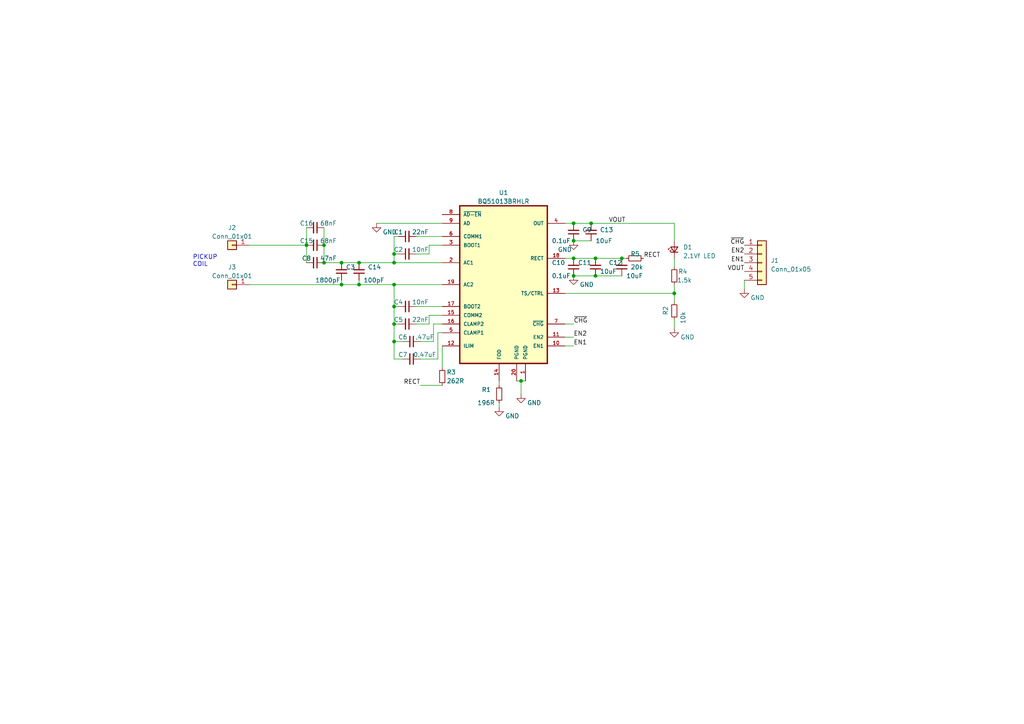
<source format=kicad_sch>
(kicad_sch (version 20230121) (generator eeschema)
  (paper "A4")
  (lib_symbols
    (symbol "Connector_Generic:Conn_01x01" (pin_names (offset 1.016) hide)
      (property "Reference" "J" (at 0 2.54 0))
      (property "Value" "Conn_01x01" (at 0 -2.54 0))
      (symbol "Conn_01x01_1_1"
        (rectangle (start -1.27 0.127) (end 0 -0.127) (stroke (width 0.1524)))
        (rectangle (start -1.27 1.27) (end 1.27 -1.27) (stroke (width 0.254)) (fill (type background)))
        (pin passive line (at -5.08 0 0) (length 3.81) (name "Pin_1") (number "1"))
      )
    )
    (symbol "Connector_Generic:Conn_01x05" (pin_names (offset 1.016) hide)
      (property "Reference" "J" (at 0 7.62 0))
      (property "Value" "Conn_01x05" (at 0 -7.62 0))
      (symbol "Conn_01x05_1_1"
        (rectangle (start -1.27 -4.953) (end 0 -5.207) (stroke (width 0.1524)))
        (rectangle (start -1.27 -2.413) (end 0 -2.667) (stroke (width 0.1524)))
        (rectangle (start -1.27 0.127) (end 0 -0.127) (stroke (width 0.1524)))
        (rectangle (start -1.27 2.667) (end 0 2.413) (stroke (width 0.1524)))
        (rectangle (start -1.27 5.207) (end 0 4.953) (stroke (width 0.1524)))
        (rectangle (start -1.27 6.35) (end 1.27 -6.35) (stroke (width 0.254)) (fill (type background)))
        (pin passive line (at -5.08 5.08 0) (length 3.81) (name "Pin_1") (number "1"))
        (pin passive line (at -5.08 2.54 0) (length 3.81) (name "Pin_2") (number "2"))
        (pin passive line (at -5.08 0 0) (length 3.81) (name "Pin_3") (number "3"))
        (pin passive line (at -5.08 -2.54 0) (length 3.81) (name "Pin_4") (number "4"))
        (pin passive line (at -5.08 -5.08 0) (length 3.81) (name "Pin_5") (number "5"))
      )
    )
    (symbol "Device:C_Small" (pin_numbers hide) (pin_names (offset 0.254) hide)
      (property "Reference" "C" (at 0.254 1.778 0))
      (property "Value" "C_Small" (at 0.254 -2.032 0))
      (symbol "C_Small_0_1"
        (polyline (pts (xy -1.524 -0.508) (xy 1.524 -0.508)) (stroke (width 0.3302)))
        (polyline (pts (xy -1.524 0.508) (xy 1.524 0.508)) (stroke (width 0.3048)))
      )
      (symbol "C_Small_1_1"
        (pin passive line (at 0 2.54 270) (length 2.032) (name "~") (number "1"))
        (pin passive line (at 0 -2.54 90) (length 2.032) (name "~") (number "2"))
      )
    )
    (symbol "Device:LED_Small" (pin_numbers hide) (pin_names (offset 0.254) hide)
      (property "Reference" "D" (at -1.27 3.175 0))
      (property "Value" "LED_Small" (at -4.445 -2.54 0))
      (symbol "LED_Small_0_1"
        (polyline (pts (xy -0.762 -1.016) (xy -0.762 1.016)) (stroke (width 0.254)))
        (polyline (pts (xy 1.016 0) (xy -0.762 0)))
        (polyline (pts (xy 0.762 -1.016) (xy -0.762 0) (xy 0.762 1.016) (xy 0.762 -1.016)) (stroke (width 0.254)))
        (polyline (pts (xy 0 0.762) (xy -0.508 1.27) (xy -0.254 1.27) (xy -0.508 1.27) (xy -0.508 1.016)))
        (polyline (pts (xy 0.508 1.27) (xy 0 1.778) (xy 0.254 1.778) (xy 0 1.778) (xy 0 1.524)))
      )
      (symbol "LED_Small_1_1"
        (pin passive line (at -2.54 0 0) (length 1.778) (name "K") (number "1"))
        (pin passive line (at 2.54 0 180) (length 1.778) (name "A") (number "2"))
      )
    )
    (symbol "Device:R_Small" (pin_numbers hide) (pin_names (offset 0.254) hide)
      (property "Reference" "R" (at 0.762 0.508 0))
      (property "Value" "R_Small" (at 0.762 -1.016 0))
      (symbol "R_Small_0_1"
        (rectangle (start -0.762 1.778) (end 0.762 -1.778) (stroke (width 0.2032)))
      )
      (symbol "R_Small_1_1"
        (pin passive line (at 0 2.54 270) (length 0.762) (name "~") (number "1"))
        (pin passive line (at 0 -2.54 90) (length 0.762) (name "~") (number "2"))
      )
    )
    (symbol "Kicad_symbols:BQ51013BRHLR" (pin_names (offset 1.016))
      (property "Reference" "U" (at -12.7 23.86 0))
      (property "Value" "BQ51013BRHLR" (at -7.62 24.13 0))
      (symbol "BQ51013BRHLR_0_0"
        (rectangle (start -12.7 22.86) (end 12.7 -22.86) (stroke (width 0.41)) (fill (type background)))
        (pin power_in line (at 6.35 -27.94 90) (length 5.08) (name "PGND") (number "1"))
        (pin input line (at 17.78 -17.78 180) (length 5.08) (name "EN1") (number "10"))
        (pin input line (at 17.78 -15.24 180) (length 5.08) (name "EN2") (number "11"))
        (pin bidirectional line (at -17.78 -17.78 0) (length 5.08) (name "ILIM") (number "12"))
        (pin input line (at 17.78 -2.54 180) (length 5.08) (name "TS/CTRL") (number "13"))
        (pin input line (at -1.27 -27.94 90) (length 5.08) (name "FOD") (number "14"))
        (pin output line (at -17.78 -8.89 0) (length 5.08) (name "COMM2") (number "15"))
        (pin output line (at -17.78 -11.43 0) (length 5.08) (name "CLAMP2") (number "16"))
        (pin output line (at -17.78 -6.35 0) (length 5.08) (name "BOOT2") (number "17"))
        (pin output line (at 17.78 7.62 180) (length 5.08) (name "RECT") (number "18"))
        (pin input line (at -17.78 0 0) (length 5.08) (name "AC2") (number "19"))
        (pin input line (at -17.78 6.35 0) (length 5.08) (name "AC1") (number "2"))
        (pin power_in line (at 3.81 -27.94 90) (length 5.08) (name "PGND") (number "20"))
        (pin output line (at -17.78 11.43 0) (length 5.08) (name "BOOT1") (number "3"))
        (pin output line (at 17.78 17.78 180) (length 5.08) (name "OUT") (number "4"))
        (pin output line (at -17.78 -13.97 0) (length 5.08) (name "CLAMP1") (number "5"))
        (pin output line (at -17.78 13.97 0) (length 5.08) (name "COMM1") (number "6"))
        (pin output line (at 17.78 -11.43 180) (length 5.08) (name "~{CHG}") (number "7"))
        (pin output line (at -17.78 20.32 0) (length 5.08) (name "~{AD-EN}") (number "8"))
        (pin input line (at -17.78 17.78 0) (length 5.08) (name "AD") (number "9"))
      )
    )
    (symbol "power:GND" (power) (pin_names (offset 0))
      (property "Value" "GND" (at 0 -3.81 0))
      (symbol "GND_0_1"
        (polyline (pts (xy 0 0) (xy 0 -1.27) (xy 1.27 -1.27) (xy 0 -2.54) (xy -1.27 -1.27) (xy 0 -1.27)))
      )
      (symbol "GND_1_1"
        (pin power_in line (at 0 0 270) (length 0) hide (name "GND") (number "1"))
      )
    )
  )
  (junction (at 99.06 82.55))
  (junction (at 88.9 71.12))
  (junction (at 172.72 80.01))
  (junction (at 172.72 74.93))
  (junction (at 114.3 82.55))
  (junction (at 114.3 88.9))
  (junction (at 180.34 74.93))
  (junction (at 93.98 76.2))
  (junction (at 104.14 82.55))
  (junction (at 114.3 76.2))
  (junction (at 171.45 64.77))
  (junction (at 166.37 80.01))
  (junction (at 99.06 76.2))
  (junction (at 114.3 99.06))
  (junction (at 151.13 110.49))
  (junction (at 166.37 64.77))
  (junction (at 166.37 74.93))
  (junction (at 93.98 71.12))
  (junction (at 104.14 76.2))
  (junction (at 114.3 93.98))
  (junction (at 166.37 69.85))
  (junction (at 114.3 73.66))
  (junction (at 195.58 85.09))
  (wire (pts (xy 99.06 81.28) (xy 99.06 82.55)))
  (wire (pts (xy 104.14 81.28) (xy 104.14 82.55)))
  (wire (pts (xy 121.92 111.76) (xy 128.27 111.76)))
  (wire (pts (xy 195.58 85.09) (xy 195.58 87.63)))
  (wire (pts (xy 99.06 82.55) (xy 104.14 82.55)))
  (wire (pts (xy 128.27 100.33) (xy 128.27 106.68)))
  (wire (pts (xy 163.83 97.79) (xy 166.37 97.79)))
  (wire (pts (xy 109.22 64.77) (xy 128.27 64.77)))
  (wire (pts (xy 104.14 82.55) (xy 114.3 82.55)))
  (wire (pts (xy 104.14 76.2) (xy 114.3 76.2)))
  (wire (pts (xy 144.78 110.49) (xy 144.78 111.76)))
  (wire (pts (xy 114.3 76.2) (xy 128.27 76.2)))
  (wire (pts (xy 93.98 71.12) (xy 93.98 76.2)))
  (wire (pts (xy 128.27 96.52) (xy 127 96.52)))
  (wire (pts (xy 114.3 82.55) (xy 114.3 88.9)))
  (wire (pts (xy 93.98 66.04) (xy 93.98 71.12)))
  (wire (pts (xy 151.13 110.49) (xy 151.13 114.3)))
  (wire (pts (xy 172.72 80.01) (xy 180.34 80.01)))
  (wire (pts (xy 115.57 68.58) (xy 114.3 68.58)))
  (wire (pts (xy 114.3 73.66) (xy 114.3 76.2)))
  (wire (pts (xy 172.72 74.93) (xy 180.34 74.93)))
  (wire (pts (xy 163.83 93.98) (xy 166.37 93.98)))
  (wire (pts (xy 99.06 76.2) (xy 104.14 76.2)))
  (wire (pts (xy 144.78 116.84) (xy 144.78 118.11)))
  (wire (pts (xy 127 96.52) (xy 127 104.14)))
  (wire (pts (xy 195.58 64.77) (xy 195.58 69.85)))
  (wire (pts (xy 114.3 73.66) (xy 115.57 73.66)))
  (wire (pts (xy 114.3 93.98) (xy 114.3 99.06)))
  (wire (pts (xy 163.83 100.33) (xy 166.37 100.33)))
  (wire (pts (xy 166.37 69.85) (xy 171.45 69.85)))
  (wire (pts (xy 124.46 73.66) (xy 124.46 71.12)))
  (wire (pts (xy 195.58 92.71) (xy 195.58 95.25)))
  (wire (pts (xy 128.27 91.44) (xy 124.46 91.44)))
  (wire (pts (xy 166.37 64.77) (xy 171.45 64.77)))
  (wire (pts (xy 88.9 71.12) (xy 88.9 76.2)))
  (wire (pts (xy 124.46 93.98) (xy 120.65 93.98)))
  (wire (pts (xy 151.13 110.49) (xy 152.4 110.49)))
  (wire (pts (xy 195.58 74.93) (xy 195.58 77.47)))
  (wire (pts (xy 114.3 88.9) (xy 114.3 93.98)))
  (wire (pts (xy 120.65 68.58) (xy 128.27 68.58)))
  (wire (pts (xy 215.9 81.28) (xy 215.9 83.82)))
  (wire (pts (xy 171.45 64.77) (xy 195.58 64.77)))
  (wire (pts (xy 163.83 74.93) (xy 166.37 74.93)))
  (wire (pts (xy 114.3 104.14) (xy 116.84 104.14)))
  (wire (pts (xy 125.73 93.98) (xy 125.73 99.06)))
  (wire (pts (xy 88.9 66.04) (xy 88.9 71.12)))
  (wire (pts (xy 120.65 73.66) (xy 124.46 73.66)))
  (wire (pts (xy 180.34 74.93) (xy 181.61 74.93)))
  (wire (pts (xy 72.39 71.12) (xy 88.9 71.12)))
  (wire (pts (xy 195.58 82.55) (xy 195.58 85.09)))
  (wire (pts (xy 125.73 99.06) (xy 121.92 99.06)))
  (wire (pts (xy 120.65 88.9) (xy 128.27 88.9)))
  (wire (pts (xy 166.37 80.01) (xy 172.72 80.01)))
  (wire (pts (xy 166.37 74.93) (xy 172.72 74.93)))
  (wire (pts (xy 114.3 93.98) (xy 115.57 93.98)))
  (wire (pts (xy 114.3 88.9) (xy 115.57 88.9)))
  (wire (pts (xy 114.3 82.55) (xy 128.27 82.55)))
  (wire (pts (xy 72.39 82.55) (xy 99.06 82.55)))
  (wire (pts (xy 149.86 110.49) (xy 151.13 110.49)))
  (wire (pts (xy 127 104.14) (xy 121.92 104.14)))
  (wire (pts (xy 128.27 93.98) (xy 125.73 93.98)))
  (wire (pts (xy 114.3 99.06) (xy 114.3 104.14)))
  (wire (pts (xy 93.98 76.2) (xy 99.06 76.2)))
  (wire (pts (xy 124.46 91.44) (xy 124.46 93.98)))
  (wire (pts (xy 163.83 85.09) (xy 195.58 85.09)))
  (wire (pts (xy 114.3 68.58) (xy 114.3 73.66)))
  (wire (pts (xy 114.3 99.06) (xy 116.84 99.06)))
  (wire (pts (xy 163.83 64.77) (xy 166.37 64.77)))
  (wire (pts (xy 124.46 71.12) (xy 128.27 71.12)))
  (text "PICKUP\nCOIL" (at 55.88 77.47 0) (effects (font (size 1.27 1.27)) (justify left bottom)))
  (label "EN2" (at 166.37 97.79 0))
  (label "~{CHG}" (at 166.37 93.98 0))
  (label "RECT" (at 121.92 111.76 180))
  (label "RECT" (at 186.69 74.93 0))
  (label "~{CHG}" (at 215.9 71.12 180))
  (label "VOUT" (at 215.9 78.74 180))
  (label "VOUT" (at 176.53 64.77 0))
  (label "EN2" (at 215.9 73.66 180))
  (label "EN1" (at 215.9 76.2 180))
  (label "EN1" (at 166.37 100.33 0))
  (symbol (lib_id "power:GND") (at 195.58 95.25 0) (unit 1)
    (property "Reference" "#PWR06" (effects hide))
    (property "Value" "GND" (at 199.39 97.79 0))
  )
  (symbol (lib_id "power:GND") (at 109.22 64.77 0) (unit 1)
    (property "Reference" "#PWR03" (effects hide))
    (property "Value" "GND" (at 113.03 67.31 0))
  )
  (symbol (lib_id "power:GND") (at 144.78 118.11 0) (unit 1)
    (property "Reference" "#PWR05" (effects hide))
    (property "Value" "GND" (at 148.59 120.65 0))
  )
  (symbol (lib_id "Device:R_Small") (at 128.27 109.22 180) (unit 1)
    (property "Reference" "R3" (at 129.54 107.95 0) (effects (justify right)))
    (property "Value" "262R" (at 129.54 110.49 0) (effects (justify right)))
    (property "Footprint" "Resistor_SMD:R_0603_1608Metric" (effects hide))
  )
  (symbol (lib_id "Device:R_Small") (at 184.15 74.93 90) (unit 1)
    (property "Reference" "R5" (at 182.88 73.66 90) (effects (justify right)))
    (property "Value" "20k" (at 182.88 77.47 90) (effects (justify right)))
    (property "Footprint" "Resistor_SMD:R_0603_1608Metric" (effects hide))
  )
  (symbol (lib_id "Device:C_Small") (at 99.06 78.74 180) (unit 1)
    (property "Reference" "C3" (at 100.33 77.47 0) (effects (justify right)))
    (property "Value" "1800pF" (at 91.44 81.28 0) (effects (justify right)))
    (property "Footprint" "Capacitor_SMD:C_0603_1608Metric" (effects hide))
  )
  (symbol (lib_id "Device:C_Small") (at 118.11 73.66 90) (unit 1)
    (property "Reference" "C2" (at 115.57 72.39 90))
    (property "Value" "10nF" (at 121.92 72.39 90))
    (property "Footprint" "Capacitor_SMD:C_0603_1608Metric" (effects hide))
  )
  (symbol (lib_id "Device:C_Small") (at 166.37 67.31 180) (unit 1)
    (property "Reference" "C9" (at 168.91 66.6686 0) (effects (justify right)))
    (property "Value" "0.1uF" (at 160.02 69.85 0) (effects (justify right)))
    (property "Footprint" "Capacitor_SMD:C_0603_1608Metric" (effects hide))
  )
  (symbol (lib_id "Connector_Generic:Conn_01x01") (at 67.31 82.55 180) (unit 1)
    (property "Reference" "J3" (at 67.31 77.47 0))
    (property "Value" "Conn_01x01" (at 67.31 80.01 0))
    (property "Footprint" "TestPoint:TestPoint_Pad_4.0x4.0mm" (effects hide))
  )
  (symbol (lib_id "Device:LED_Small") (at 195.58 72.39 90) (unit 1)
    (property "Reference" "D1" (at 198.12 71.6915 90) (effects (justify right)))
    (property "Value" "2.1Vf LED" (at 198.12 74.2315 90) (effects (justify right)))
    (property "Footprint" "LED_SMD:LED_0603_1608Metric" (effects hide))
  )
  (symbol (lib_id "Device:C_Small") (at 104.14 78.74 180) (unit 1)
    (property "Reference" "C14" (at 106.68 77.47 0) (effects (justify right)))
    (property "Value" "100pF" (at 105.41 81.28 0) (effects (justify right)))
    (property "Footprint" "Capacitor_SMD:C_0603_1608Metric" (effects hide))
  )
  (symbol (lib_id "Device:C_Small") (at 118.11 93.98 270) (unit 1)
    (property "Reference" "C5" (at 115.57 92.71 90))
    (property "Value" "22nF" (at 121.92 92.71 90))
    (property "Footprint" "Capacitor_SMD:C_0603_1608Metric" (effects hide))
  )
  (symbol (lib_id "Connector_Generic:Conn_01x05") (at 220.98 76.2 0) (unit 1)
    (property "Reference" "J1" (at 223.52 75.565 0) (effects (justify left)))
    (property "Value" "Conn_01x05" (at 223.52 78.105 0) (effects (justify left)))
    (property "Footprint" "Kicad_parts:MOLEX_0532610571" (effects hide))
  )
  (symbol (lib_id "power:GND") (at 166.37 69.85 0) (unit 1)
    (property "Reference" "#PWR01" (effects hide))
    (property "Value" "GND" (at 163.83 72.39 0))
  )
  (symbol (lib_id "Device:C_Small") (at 91.44 76.2 270) (unit 1)
    (property "Reference" "C8" (at 88.9 74.93 90))
    (property "Value" "47nF" (at 95.25 74.93 90))
    (property "Footprint" "Capacitor_SMD:C_0603_1608Metric" (effects hide))
  )
  (symbol (lib_id "Device:R_Small") (at 144.78 114.3 180) (unit 1)
    (property "Reference" "R1" (at 139.7 113.03 0) (effects (justify right)))
    (property "Value" "196R" (at 138.43 116.84 0) (effects (justify right)))
    (property "Footprint" "Resistor_SMD:R_0603_1608Metric" (effects hide))
  )
  (symbol (lib_id "Device:C_Small") (at 91.44 71.12 270) (unit 1)
    (property "Reference" "C15" (at 88.9 69.85 90))
    (property "Value" "68nF" (at 95.25 69.85 90))
    (property "Footprint" "Capacitor_SMD:C_0603_1608Metric" (effects hide))
  )
  (symbol (lib_id "power:GND") (at 166.37 80.01 0) (unit 1)
    (property "Reference" "#PWR02" (effects hide))
    (property "Value" "GND" (at 170.18 82.55 0))
  )
  (symbol (lib_id "Device:C_Small") (at 118.11 68.58 90) (unit 1)
    (property "Reference" "C1" (at 115.57 67.31 90))
    (property "Value" "22nF" (at 121.92 67.31 90))
    (property "Footprint" "Capacitor_SMD:C_0603_1608Metric" (effects hide))
  )
  (symbol (lib_id "Device:R_Small") (at 195.58 80.01 0) (unit 1)
    (property "Reference" "R4" (at 199.39 78.74 0) (effects (justify right)))
    (property "Value" "1.5k" (at 200.66 81.28 0) (effects (justify right)))
    (property "Footprint" "Resistor_SMD:R_0603_1608Metric" (effects hide))
  )
  (symbol (lib_id "Device:C_Small") (at 91.44 66.04 270) (unit 1)
    (property "Reference" "C16" (at 88.9 64.77 90))
    (property "Value" "68nF" (at 95.25 64.77 90))
    (property "Footprint" "Capacitor_SMD:C_0603_1608Metric" (effects hide))
  )
  (symbol (lib_id "Device:C_Small") (at 118.11 88.9 270) (unit 1)
    (property "Reference" "C4" (at 115.57 87.63 90))
    (property "Value" "10nF" (at 121.92 87.63 90))
    (property "Footprint" "Capacitor_SMD:C_0603_1608Metric" (effects hide))
  )
  (symbol (lib_id "Device:C_Small") (at 119.38 104.14 270) (unit 1)
    (property "Reference" "C7" (at 116.84 102.87 90))
    (property "Value" "0.47uF" (at 123.19 102.87 90))
    (property "Footprint" "Capacitor_SMD:C_0603_1608Metric" (effects hide))
  )
  (symbol (lib_id "power:GND") (at 151.13 114.3 0) (unit 1)
    (property "Reference" "#PWR04" (effects hide))
    (property "Value" "GND" (at 154.94 116.84 0))
  )
  (symbol (lib_id "Kicad_symbols:BQ51013BRHLR") (at 146.05 82.55 0) (unit 1)
    (property "Reference" "U1" (at 146.05 55.88 0))
    (property "Value" "BQ51013BRHLR" (at 146.05 58.42 0))
    (property "Footprint" "Kicad_parts:IC_MSP430FR2522IRHLR" (effects hide))
    (property "MF" "Texas Instruments" (effects hide))
    (property "Description" "\nWPC 1.1 Compatible Fully integrated Wireless power Receiver IC\n" (effects hide))
    (property "Package" "VQFN-20 Texas Instruments" (effects hide))
    (property "Price" "None" (effects hide))
    (property "SnapEDA_Link" "https://www.snapeda.com/parts/BQ51013BRHLR/Texas+Instruments/view-part/?ref=snap" (effects hide))
    (property "MP" "BQ51013BRHLR" (effects hide))
    (property "Purchase-URL" "https://www.snapeda.com/api/url_track_click_mouser/?unipart_id=327516&manufacturer=Texas Instruments&part_name=BQ51013BRHLR&search_term=None" (effects hide))
    (property "Availability" "In Stock" (effects hide))
    (property "Check_prices" "https://www.snapeda.com/parts/BQ51013BRHLR/Texas+Instruments/view-part/?ref=eda" (effects hide))
  )
  (symbol (lib_id "Device:C_Small") (at 180.34 77.47 180) (unit 1)
    (property "Reference" "C12" (at 176.53 76.2 0) (effects (justify right)))
    (property "Value" "10uF" (at 181.61 80.01 0) (effects (justify right)))
    (property "Footprint" "Capacitor_SMD:C_0603_1608Metric" (effects hide))
  )
  (symbol (lib_id "Device:C_Small") (at 119.38 99.06 270) (unit 1)
    (property "Reference" "C6" (at 116.84 97.79 90))
    (property "Value" ".47uF" (at 123.19 97.79 90))
    (property "Footprint" "Capacitor_SMD:C_0603_1608Metric" (effects hide))
  )
  (symbol (lib_id "Device:C_Small") (at 171.45 67.31 180) (unit 1)
    (property "Reference" "C13" (at 173.99 66.6686 0) (effects (justify right)))
    (property "Value" "10uF" (at 172.72 69.85 0) (effects (justify right)))
    (property "Footprint" "Capacitor_SMD:C_0603_1608Metric" (effects hide))
  )
  (symbol (lib_id "Connector_Generic:Conn_01x01") (at 67.31 71.12 180) (unit 1)
    (property "Reference" "J2" (at 67.31 66.04 0))
    (property "Value" "Conn_01x01" (at 67.31 68.58 0))
    (property "Footprint" "TestPoint:TestPoint_Pad_4.0x4.0mm" (effects hide))
  )
  (symbol (lib_id "Device:R_Small") (at 195.58 90.17 180) (unit 1)
    (property "Reference" "R2" (at 193.04 91.44 90) (effects (justify right)))
    (property "Value" "10k" (at 198.12 93.98 90) (effects (justify right)))
    (property "Footprint" "Resistor_SMD:R_0603_1608Metric" (effects hide))
  )
  (symbol (lib_id "Device:C_Small") (at 172.72 77.47 180) (unit 1)
    (property "Reference" "C11" (at 167.64 76.2 0) (effects (justify right)))
    (property "Value" "10uF" (at 173.99 78.74 0) (effects (justify right)))
    (property "Footprint" "Capacitor_SMD:C_0603_1608Metric" (effects hide))
  )
  (symbol (lib_id "Device:C_Small") (at 166.37 77.47 180) (unit 1)
    (property "Reference" "C10" (at 160.02 76.2 0) (effects (justify right)))
    (property "Value" "0.1uF" (at 160.02 80.01 0) (effects (justify right)))
    (property "Footprint" "Capacitor_SMD:C_0603_1608Metric" (effects hide))
  )
  (symbol (lib_id "power:GND") (at 215.9 83.82 0) (unit 1)
    (property "Reference" "#PWR07" (effects hide))
    (property "Value" "GND" (at 219.71 86.36 0))
  )
)
</source>
